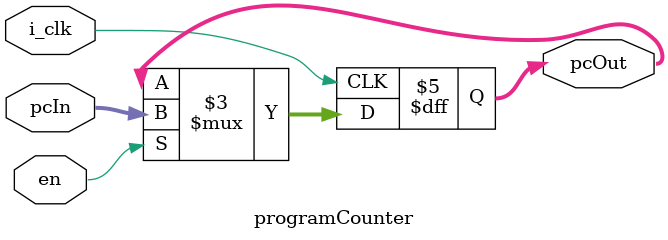
<source format=v>
`timescale 1ns / 1ps


module programCounter(
    input   i_clk,
    input [31:0] pcIn,
    input en,
    output reg [31:0] pcOut
);

initial
   pcOut <= 0; 
    
always @(posedge i_clk)
    if (en)
        pcOut <= pcIn;
    
endmodule

</source>
